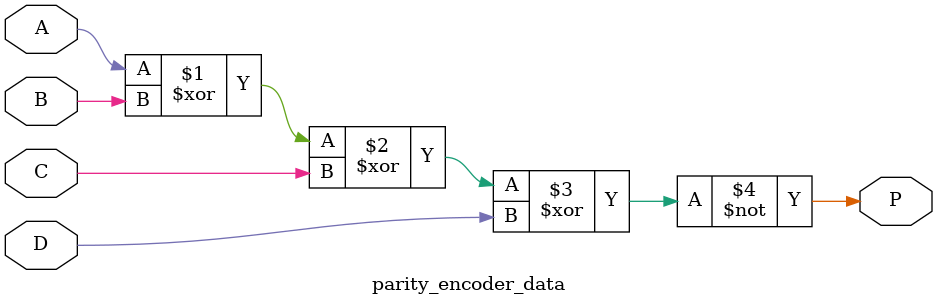
<source format=v>
module parity_encoder_data (P, A, B, C, D);

    input A, B, C, D;
    output P;

    assign P = ~(A ^ B ^ C ^ D);

endmodule

</source>
